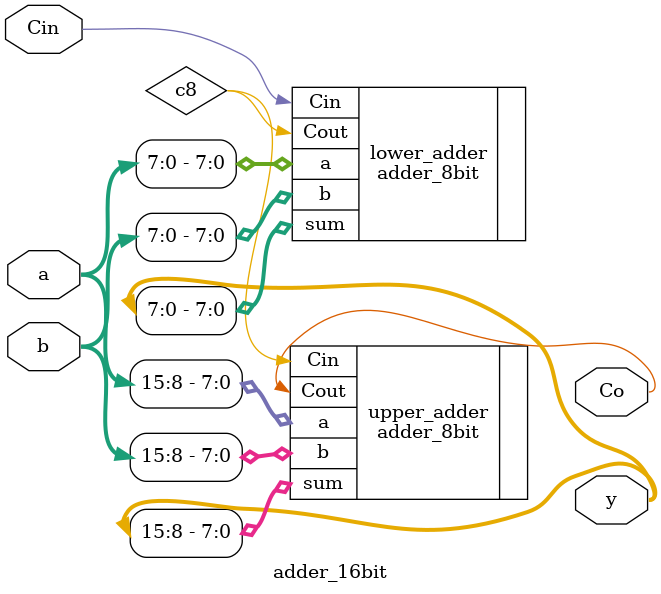
<source format=v>
module adder_16bit (
    input  wire [15:0] a,
    input  wire [15:0] b,
    input  wire      Cin,
    output wire [15:0] y,
    output wire     Co
);

    wire c8; // Internal carry from the lower 8 bits to the upper 8 bits

    // Instantiate the lower 8-bit adder (bits [7:0])
    adder_8bit lower_adder (
        .a   (a[7:0]),
        .b   (b[7:0]),
        .Cin (Cin),
        .sum (y[7:0]),
        .Cout(c8)
    );

    // Instantiate the upper 8-bit adder (bits [15:8])
    adder_8bit upper_adder (
        .a   (a[15:8]),
        .b   (b[15:8]),
        .Cin (c8),
        .sum (y[15:8]),
        .Cout(Co)
    );

endmodule
</source>
